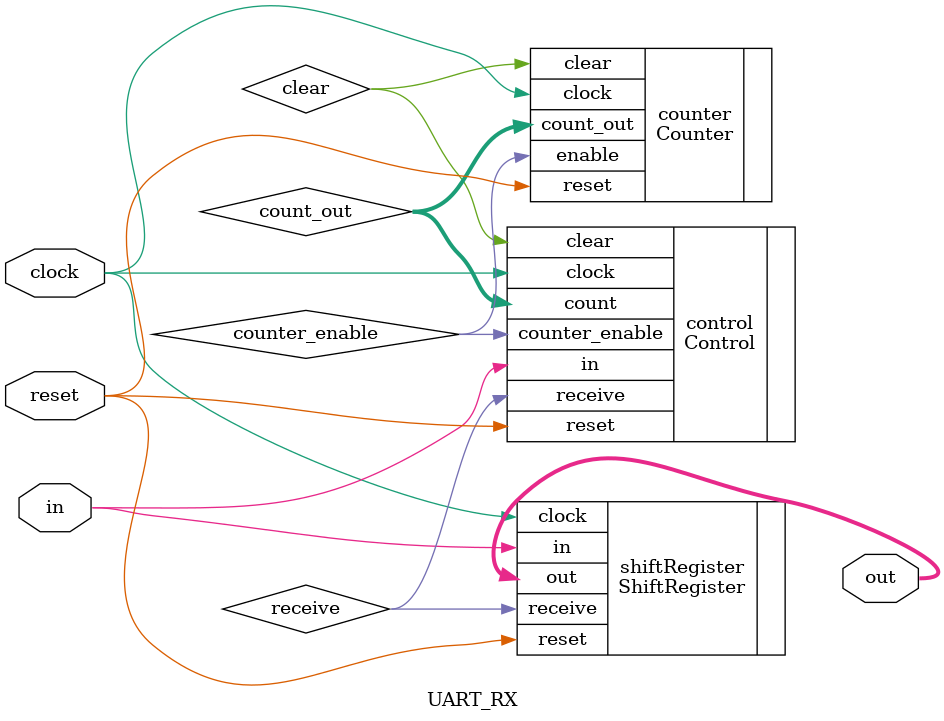
<source format=v>
`include "control.v"
`include "shift_register.v"
`include "counter.v"

module UART_RX(
    input in,
    input reset,
    input clock,
    output [7:0] out
);

wire clear;
wire counter_enable;
wire receive;
wire [15:0] count_out;

Counter #(16) counter (.clock(clock), .enable(counter_enable), .reset(reset), .clear(clear), .count_out(count_out));

ShiftRegister #(8) shiftRegister(.clock(clock), .reset(reset), .in(in), .receive(receive), .out(out));

Control #(16, 8, 8) control(.in(in), .clock(clock), .reset(reset), .count(count_out), .counter_enable(counter_enable), .receive(receive), .clear(clear));

endmodule
</source>
